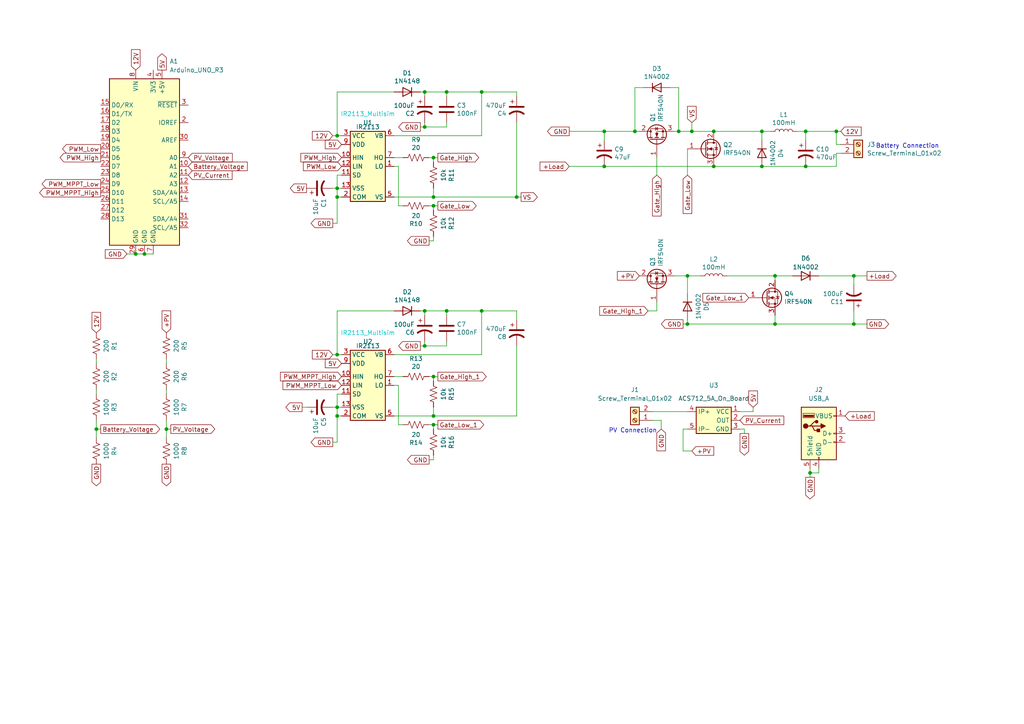
<source format=kicad_sch>
(kicad_sch (version 20230121) (generator eeschema)
  (paper "A4")
  (lib_symbols
    (symbol "Connector:Screw_Terminal_01x02" (pin_names (offset 1.016) hide)
      (property "Reference" "J" (at 0 2.54 0))
      (property "Value" "Screw_Terminal_01x02" (at 0 -5.08 0))
      (symbol "Screw_Terminal_01x02_1_1"
        (rectangle (start -1.27 1.27) (end 1.27 -3.81) (stroke (width 0.254)) (fill (type background)))
        (circle (center 0 -2.54) (radius 0.635) (stroke (width 0.1524)))
        (polyline (pts (xy -0.5334 -2.2098) (xy 0.3302 -3.048)) (stroke (width 0.1524)))
        (polyline (pts (xy -0.5334 0.3302) (xy 0.3302 -0.508)) (stroke (width 0.1524)))
        (polyline (pts (xy -0.3556 -2.032) (xy 0.508 -2.8702)) (stroke (width 0.1524)))
        (polyline (pts (xy -0.3556 0.508) (xy 0.508 -0.3302)) (stroke (width 0.1524)))
        (circle (center 0 0) (radius 0.635) (stroke (width 0.1524)))
        (pin passive line (at -5.08 0 0) (length 3.81) (name "Pin_1") (number "1"))
        (pin passive line (at -5.08 -2.54 0) (length 3.81) (name "Pin_2") (number "2"))
      )
    )
    (symbol "Connector:USB_A" (pin_names (offset 1.016))
      (property "Reference" "J" (at -5.08 11.43 0))
      (property "Value" "USB_A" (at -5.08 8.89 0))
      (symbol "USB_A_0_1"
        (rectangle (start -5.08 -7.62) (end 5.08 7.62) (stroke (width 0.254)) (fill (type background)))
        (circle (center -3.81 2.159) (radius 0.635) (stroke (width 0.254)) (fill (type outline)))
        (rectangle (start -1.524 4.826) (end -4.318 5.334) (fill (type outline)))
        (rectangle (start -1.27 4.572) (end -4.572 5.842))
        (circle (center -0.635 3.429) (radius 0.381) (stroke (width 0.254)) (fill (type outline)))
        (rectangle (start -0.127 -7.62) (end 0.127 -6.858))
        (polyline (pts (xy -3.175 2.159) (xy -2.54 2.159) (xy -1.27 3.429) (xy -0.635 3.429)) (stroke (width 0.254)))
        (polyline (pts (xy -2.54 2.159) (xy -1.905 2.159) (xy -1.27 0.889) (xy 0 0.889)) (stroke (width 0.254)))
        (polyline (pts (xy 0.635 2.794) (xy 0.635 1.524) (xy 1.905 2.159) (xy 0.635 2.794)) (stroke (width 0.254)) (fill (type outline)))
        (rectangle (start 0.254 1.27) (end -0.508 0.508) (stroke (width 0.254)) (fill (type outline)))
        (rectangle (start 5.08 -2.667) (end 4.318 -2.413))
        (rectangle (start 5.08 -0.127) (end 4.318 0.127))
        (rectangle (start 5.08 4.953) (end 4.318 5.207))
      )
      (symbol "USB_A_1_1"
        (polyline (pts (xy -1.905 2.159) (xy 0.635 2.159)) (stroke (width 0.254)))
        (pin power_in line (at 7.62 5.08 180) (length 2.54) (name "VBUS") (number "1"))
        (pin bidirectional line (at 7.62 -2.54 180) (length 2.54) (name "D-") (number "2"))
        (pin bidirectional line (at 7.62 0 180) (length 2.54) (name "D+") (number "3"))
        (pin power_in line (at 0 -10.16 90) (length 2.54) (name "GND") (number "4"))
        (pin passive line (at -2.54 -10.16 90) (length 2.54) (name "Shield") (number "5"))
      )
    )
    (symbol "Device:C" (pin_numbers hide) (pin_names (offset 0.254))
      (property "Reference" "C" (at 0.635 2.54 0))
      (property "Value" "C" (at 0.635 -2.54 0))
      (symbol "C_0_1"
        (polyline (pts (xy -2.032 -0.762) (xy 2.032 -0.762)) (stroke (width 0.508)))
        (polyline (pts (xy -2.032 0.762) (xy 2.032 0.762)) (stroke (width 0.508)))
      )
      (symbol "C_1_1"
        (pin passive line (at 0 3.81 270) (length 2.794) (name "~") (number "1"))
        (pin passive line (at 0 -3.81 90) (length 2.794) (name "~") (number "2"))
      )
    )
    (symbol "Device:L" (pin_numbers hide) (pin_names (offset 1.016) hide)
      (property "Reference" "L" (at -1.27 0 90))
      (property "Value" "L" (at 1.905 0 90))
      (symbol "L_0_1"
        (arc (start 0 -2.54) (mid 0.6323 -1.905) (end 0 -1.27))
        (arc (start 0 -1.27) (mid 0.6323 -0.635) (end 0 0))
        (arc (start 0 0) (mid 0.6323 0.635) (end 0 1.27))
        (arc (start 0 1.27) (mid 0.6323 1.905) (end 0 2.54))
      )
      (symbol "L_1_1"
        (pin passive line (at 0 3.81 270) (length 1.27) (name "1") (number "1"))
        (pin passive line (at 0 -3.81 90) (length 1.27) (name "2") (number "2"))
      )
    )
    (symbol "Device:R_US" (pin_numbers hide) (pin_names (offset 0))
      (property "Reference" "R" (at 2.54 0 90))
      (property "Value" "R_US" (at -2.54 0 90))
      (symbol "R_US_0_1"
        (polyline (pts (xy 0 -2.286) (xy 0 -2.54)))
        (polyline (pts (xy 0 2.286) (xy 0 2.54)))
        (polyline (pts (xy 0 -0.762) (xy 1.016 -1.143) (xy 0 -1.524) (xy -1.016 -1.905) (xy 0 -2.286)))
        (polyline (pts (xy 0 0.762) (xy 1.016 0.381) (xy 0 0) (xy -1.016 -0.381) (xy 0 -0.762)))
        (polyline (pts (xy 0 2.286) (xy 1.016 1.905) (xy 0 1.524) (xy -1.016 1.143) (xy 0 0.762)))
      )
      (symbol "R_US_1_1"
        (pin passive line (at 0 3.81 270) (length 1.27) (name "~") (number "1"))
        (pin passive line (at 0 -3.81 90) (length 1.27) (name "~") (number "2"))
      )
    )
    (symbol "Diode:1N4002" (pin_numbers hide) (pin_names hide)
      (property "Reference" "D" (at 0 2.54 0))
      (property "Value" "1N4002" (at 0 -2.54 0))
      (symbol "1N4002_0_1"
        (polyline (pts (xy -1.27 1.27) (xy -1.27 -1.27)) (stroke (width 0.254)))
        (polyline (pts (xy 1.27 0) (xy -1.27 0)))
        (polyline (pts (xy 1.27 1.27) (xy 1.27 -1.27) (xy -1.27 0) (xy 1.27 1.27)) (stroke (width 0.254)))
      )
      (symbol "1N4002_1_1"
        (pin passive line (at -3.81 0 0) (length 2.54) (name "K") (number "1"))
        (pin passive line (at 3.81 0 180) (length 2.54) (name "A") (number "2"))
      )
    )
    (symbol "Diode:1N4148" (pin_numbers hide) (pin_names hide)
      (property "Reference" "D" (at 0 2.54 0))
      (property "Value" "1N4148" (at 0 -2.54 0))
      (symbol "1N4148_0_1"
        (polyline (pts (xy -1.27 1.27) (xy -1.27 -1.27)) (stroke (width 0.254)))
        (polyline (pts (xy 1.27 0) (xy -1.27 0)))
        (polyline (pts (xy 1.27 1.27) (xy 1.27 -1.27) (xy -1.27 0) (xy 1.27 1.27)) (stroke (width 0.254)))
      )
      (symbol "1N4148_1_1"
        (pin passive line (at -3.81 0 0) (length 2.54) (name "K") (number "1"))
        (pin passive line (at 3.81 0 180) (length 2.54) (name "A") (number "2"))
      )
    )
    (symbol "IR2113_Multisim_1"
      (property "Reference" "U" (at 0 7.62 0))
      (property "Value" "IR2113" (at 0 5.08 0))
      (symbol "IR2113_Multisim_1_1_1"
        (rectangle (start -5.08 -2.54) (end 5.08 -22.86) (stroke (width 0.275)) (fill (type background)))
        (text private "A version of the IR2113 meant to look like the device as pictured in Multisim." (at 1.27 -38.1 0) (effects (font (size 1.27 1.27))))
        (text "IR2113_Multisim" (at 0 2.54 0) (effects (font (size 1.27 1.27))))
        (pin output line (at 7.62 -12.7 180) (length 2.54) (name "LO") (number "1"))
        (pin input line (at -7.62 -10.16 0) (length 2.54) (name "HIN") (number "10"))
        (pin passive line (at -7.62 -15.24 0) (length 2.54) (name "SD") (number "11"))
        (pin input line (at -7.62 -12.7 0) (length 2.54) (name "LIN") (number "12"))
        (pin power_in line (at -7.62 -19.05 0) (length 2.54) (name "VSS") (number "13"))
        (pin no_connect line (at 7.62 -19.05 180) (length 2.54) hide (name "14") (number "14"))
        (pin power_in line (at -7.62 -21.59 0) (length 2.54) (name "COM") (number "2"))
        (pin power_in line (at -7.62 -3.81 0) (length 2.54) (name "VCC") (number "3"))
        (pin no_connect line (at 7.62 -6.35 180) (length 2.54) hide (name "4") (number "4"))
        (pin passive line (at 7.62 -21.59 180) (length 2.54) (name "VS") (number "5"))
        (pin passive line (at 7.62 -3.81 180) (length 2.54) (name "VB") (number "6"))
        (pin output line (at 7.62 -10.16 180) (length 2.54) (name "HO") (number "7"))
        (pin no_connect line (at 7.62 -15.24 180) (length 2.54) hide (name "8") (number "8"))
        (pin power_in line (at -7.62 -6.35 0) (length 2.54) (name "VDD") (number "9"))
      )
    )
    (symbol "KiCad testing-rescue:CP1-Device" (pin_numbers hide) (pin_names (offset 0.254) hide)
      (property "Reference" "C" (at 0.635 2.54 0))
      (property "Value" "Device_CP1" (at 0.635 -2.54 0))
      (symbol "CP1-Device_0_1"
        (polyline (pts (xy -2.032 0.762) (xy 2.032 0.762)) (stroke (width 0.508)))
        (polyline (pts (xy -1.778 2.286) (xy -0.762 2.286)))
        (polyline (pts (xy -1.27 1.778) (xy -1.27 2.794)))
        (arc (start 2.032 -1.27) (mid 0 -0.5572) (end -2.032 -1.27) (stroke (width 0.508)))
      )
      (symbol "CP1-Device_1_1"
        (pin passive line (at 0 3.81 270) (length 2.794) (name "~") (number "1"))
        (pin passive line (at 0 -3.81 90) (length 3.302) (name "~") (number "2"))
      )
    )
    (symbol "MCU_Module:Arduino_UNO_R3"
      (property "Reference" "A" (at -10.16 23.495 0))
      (property "Value" "Arduino_UNO_R3" (at 5.08 -26.67 0))
      (symbol "Arduino_UNO_R3_0_1"
        (rectangle (start -10.16 22.86) (end 10.16 -25.4) (stroke (width 0.254)) (fill (type background)))
      )
      (symbol "Arduino_UNO_R3_1_1"
        (pin no_connect line (at -10.16 -20.32 0) (length 2.54) hide (name "NC") (number "1"))
        (pin bidirectional line (at 12.7 -2.54 180) (length 2.54) (name "A1") (number "10"))
        (pin bidirectional line (at 12.7 -5.08 180) (length 2.54) (name "A2") (number "11"))
        (pin bidirectional line (at 12.7 -7.62 180) (length 2.54) (name "A3") (number "12"))
        (pin bidirectional line (at 12.7 -10.16 180) (length 2.54) (name "SDA/A4") (number "13"))
        (pin bidirectional line (at 12.7 -12.7 180) (length 2.54) (name "SCL/A5") (number "14"))
        (pin bidirectional line (at -12.7 15.24 0) (length 2.54) (name "D0/RX") (number "15"))
        (pin bidirectional line (at -12.7 12.7 0) (length 2.54) (name "D1/TX") (number "16"))
        (pin bidirectional line (at -12.7 10.16 0) (length 2.54) (name "D2") (number "17"))
        (pin bidirectional line (at -12.7 7.62 0) (length 2.54) (name "D3") (number "18"))
        (pin bidirectional line (at -12.7 5.08 0) (length 2.54) (name "D4") (number "19"))
        (pin output line (at 12.7 10.16 180) (length 2.54) (name "IOREF") (number "2"))
        (pin bidirectional line (at -12.7 2.54 0) (length 2.54) (name "D5") (number "20"))
        (pin bidirectional line (at -12.7 0 0) (length 2.54) (name "D6") (number "21"))
        (pin bidirectional line (at -12.7 -2.54 0) (length 2.54) (name "D7") (number "22"))
        (pin bidirectional line (at -12.7 -5.08 0) (length 2.54) (name "D8") (number "23"))
        (pin bidirectional line (at -12.7 -7.62 0) (length 2.54) (name "D9") (number "24"))
        (pin bidirectional line (at -12.7 -10.16 0) (length 2.54) (name "D10") (number "25"))
        (pin bidirectional line (at -12.7 -12.7 0) (length 2.54) (name "D11") (number "26"))
        (pin bidirectional line (at -12.7 -15.24 0) (length 2.54) (name "D12") (number "27"))
        (pin bidirectional line (at -12.7 -17.78 0) (length 2.54) (name "D13") (number "28"))
        (pin power_in line (at -2.54 -27.94 90) (length 2.54) (name "GND") (number "29"))
        (pin input line (at 12.7 15.24 180) (length 2.54) (name "~{RESET}") (number "3"))
        (pin input line (at 12.7 5.08 180) (length 2.54) (name "AREF") (number "30"))
        (pin bidirectional line (at 12.7 -17.78 180) (length 2.54) (name "SDA/A4") (number "31"))
        (pin bidirectional line (at 12.7 -20.32 180) (length 2.54) (name "SCL/A5") (number "32"))
        (pin power_out line (at 2.54 25.4 270) (length 2.54) (name "3V3") (number "4"))
        (pin power_out line (at 5.08 25.4 270) (length 2.54) (name "+5V") (number "5"))
        (pin power_in line (at 0 -27.94 90) (length 2.54) (name "GND") (number "6"))
        (pin power_in line (at 2.54 -27.94 90) (length 2.54) (name "GND") (number "7"))
        (pin power_in line (at -2.54 25.4 270) (length 2.54) (name "VIN") (number "8"))
        (pin bidirectional line (at 12.7 0 180) (length 2.54) (name "A0") (number "9"))
      )
    )
    (symbol "New_Library:ACS712_5A_On_Board"
      (property "Reference" "U" (at 0 5.08 0))
      (symbol "ACS712_5A_On_Board_1_1"
        (rectangle (start -5.08 0) (end 5.08 -7.62) (stroke (width 0.275)) (fill (type background)))
        (text "ACS712_5A_On_Board" (at 0 2.54 0) (effects (font (size 1.27 1.27))))
        (text private "Merely a graphical representation of a custom board that contains the ACS712 chip." (at 0 -10.16 0) (effects (font (size 1.27 1.27))))
        (pin input line (at 7.62 -1.27 180) (length 2.54) (name "VCC") (number "1"))
        (pin input line (at 7.62 -3.81 180) (length 2.54) (name "OUT") (number "2"))
        (pin output line (at 7.62 -6.35 180) (length 2.54) (name "GND") (number "3"))
        (pin input line (at -7.62 -1.27 0) (length 2.54) (name "IP+") (number "4"))
        (pin output line (at -7.62 -6.35 0) (length 2.54) (name "IP-") (number "5"))
      )
    )
    (symbol "New_Library:IR2113_Multisim"
      (property "Reference" "U" (at 0 7.62 0))
      (property "Value" "IR2113" (at 0 5.08 0))
      (symbol "IR2113_Multisim_1_1"
        (rectangle (start -5.08 -2.54) (end 5.08 -22.86) (stroke (width 0.275)) (fill (type background)))
        (text private "A version of the IR2113 meant to look like the device as pictured in Multisim." (at 1.27 -38.1 0) (effects (font (size 1.27 1.27))))
        (text "IR2113_Multisim" (at 0 2.54 0) (effects (font (size 1.27 1.27))))
        (pin output line (at 7.62 -12.7 180) (length 2.54) (name "LO") (number "1"))
        (pin input line (at -7.62 -10.16 0) (length 2.54) (name "HIN") (number "10"))
        (pin passive line (at -7.62 -15.24 0) (length 2.54) (name "SD") (number "11"))
        (pin input line (at -7.62 -12.7 0) (length 2.54) (name "LIN") (number "12"))
        (pin power_in line (at -7.62 -19.05 0) (length 2.54) (name "VSS") (number "13"))
        (pin no_connect line (at 7.62 -19.05 180) (length 2.54) hide (name "14") (number "14"))
        (pin power_in line (at -7.62 -21.59 0) (length 2.54) (name "COM") (number "2"))
        (pin power_in line (at -7.62 -3.81 0) (length 2.54) (name "VCC") (number "3"))
        (pin no_connect line (at 7.62 -6.35 180) (length 2.54) hide (name "4") (number "4"))
        (pin passive line (at 7.62 -21.59 180) (length 2.54) (name "VS") (number "5"))
        (pin passive line (at 7.62 -3.81 180) (length 2.54) (name "VB") (number "6"))
        (pin output line (at 7.62 -10.16 180) (length 2.54) (name "HO") (number "7"))
        (pin no_connect line (at 7.62 -15.24 180) (length 2.54) hide (name "8") (number "8"))
        (pin power_in line (at -7.62 -6.35 0) (length 2.54) (name "VDD") (number "9"))
      )
    )
    (symbol "Transistor_FET:IRF540N" (pin_names hide)
      (property "Reference" "Q" (at 6.35 1.905 0))
      (property "Value" "IRF540N" (at 6.35 0 0))
      (symbol "IRF540N_0_1"
        (polyline (pts (xy 0.254 0) (xy -2.54 0)))
        (polyline (pts (xy 0.254 1.905) (xy 0.254 -1.905)) (stroke (width 0.254)))
        (polyline (pts (xy 0.762 -1.27) (xy 0.762 -2.286)) (stroke (width 0.254)))
        (polyline (pts (xy 0.762 0.508) (xy 0.762 -0.508)) (stroke (width 0.254)))
        (polyline (pts (xy 0.762 2.286) (xy 0.762 1.27)) (stroke (width 0.254)))
        (polyline (pts (xy 2.54 2.54) (xy 2.54 1.778)))
        (polyline (pts (xy 2.54 -2.54) (xy 2.54 0) (xy 0.762 0)))
        (polyline (pts (xy 0.762 -1.778) (xy 3.302 -1.778) (xy 3.302 1.778) (xy 0.762 1.778)))
        (polyline (pts (xy 1.016 0) (xy 2.032 0.381) (xy 2.032 -0.381) (xy 1.016 0)) (fill (type outline)))
        (polyline (pts (xy 2.794 0.508) (xy 2.921 0.381) (xy 3.683 0.381) (xy 3.81 0.254)))
        (polyline (pts (xy 3.302 0.381) (xy 2.921 -0.254) (xy 3.683 -0.254) (xy 3.302 0.381)))
        (circle (center 1.651 0) (radius 2.794) (stroke (width 0.254)))
        (circle (center 2.54 -1.778) (radius 0.254) (fill (type outline)))
        (circle (center 2.54 1.778) (radius 0.254) (fill (type outline)))
      )
      (symbol "IRF540N_1_1"
        (pin input line (at -5.08 0 0) (length 2.54) (name "G") (number "1"))
        (pin passive line (at 2.54 5.08 270) (length 2.54) (name "D") (number "2"))
        (pin passive line (at 2.54 -5.08 90) (length 2.54) (name "S") (number "3"))
      )
    )
  )
  (junction (at 41.91 73.66))
  (junction (at 97.79 39.37))
  (junction (at 125.73 120.65))
  (junction (at 184.15 38.1))
  (junction (at 233.68 38.1))
  (junction (at 207.01 38.1))
  (junction (at 234.95 137.16))
  (junction (at 196.85 38.1))
  (junction (at 139.7 90.17))
  (junction (at 175.26 48.26))
  (junction (at 224.79 93.98))
  (junction (at 220.98 48.26))
  (junction (at 123.19 26.67))
  (junction (at 97.79 118.11))
  (junction (at 247.65 93.98))
  (junction (at 233.68 48.26))
  (junction (at 27.94 124.46))
  (junction (at 48.26 124.46))
  (junction (at 199.39 80.01))
  (junction (at 129.54 26.67))
  (junction (at 123.19 90.17))
  (junction (at 97.79 57.15))
  (junction (at 247.65 80.01))
  (junction (at 125.73 59.69))
  (junction (at 175.26 38.1))
  (junction (at 220.98 38.1))
  (junction (at 207.01 48.26))
  (junction (at 97.79 120.65))
  (junction (at 149.86 57.15))
  (junction (at 39.37 73.66))
  (junction (at 125.73 109.22))
  (junction (at 224.79 80.01))
  (junction (at 125.73 45.72))
  (junction (at 125.73 123.19))
  (junction (at 129.54 90.17))
  (junction (at 123.19 36.83))
  (junction (at 200.66 38.1))
  (junction (at 242.57 38.1))
  (junction (at 199.39 93.98))
  (junction (at 123.19 100.33))
  (junction (at 97.79 54.61))
  (junction (at 139.7 26.67))
  (junction (at 97.79 102.87))
  (junction (at 125.73 57.15))
  (wire (pts (xy 125.73 57.15) (xy 125.73 54.61)))
  (wire (pts (xy 233.68 40.64) (xy 233.68 38.1)))
  (wire (pts (xy 165.1 38.1) (xy 175.26 38.1)))
  (wire (pts (xy 97.79 128.27) (xy 97.79 120.65)))
  (wire (pts (xy 87.63 118.11) (xy 88.9 118.11)))
  (wire (pts (xy 97.79 118.11) (xy 97.79 120.65)))
  (wire (pts (xy 121.92 90.17) (xy 123.19 90.17)))
  (wire (pts (xy 196.85 25.4) (xy 196.85 38.1)))
  (wire (pts (xy 199.39 93.98) (xy 224.79 93.98)))
  (wire (pts (xy 175.26 48.26) (xy 207.01 48.26)))
  (wire (pts (xy 125.73 69.85) (xy 125.73 68.58)))
  (wire (pts (xy 96.52 64.77) (xy 97.79 64.77)))
  (wire (pts (xy 149.86 26.67) (xy 139.7 26.67)))
  (wire (pts (xy 115.57 111.76) (xy 115.57 123.19)))
  (wire (pts (xy 149.86 27.94) (xy 149.86 26.67)))
  (wire (pts (xy 125.73 132.08) (xy 125.73 133.35)))
  (wire (pts (xy 149.86 92.71) (xy 149.86 90.17)))
  (wire (pts (xy 210.82 80.01) (xy 224.79 80.01)))
  (wire (pts (xy 165.1 48.26) (xy 175.26 48.26)))
  (wire (pts (xy 187.96 90.17) (xy 190.5 90.17)))
  (wire (pts (xy 125.73 123.19) (xy 127 123.19)))
  (wire (pts (xy 195.58 80.01) (xy 199.39 80.01)))
  (wire (pts (xy 129.54 90.17) (xy 139.7 90.17)))
  (wire (pts (xy 247.65 90.17) (xy 247.65 93.98)))
  (wire (pts (xy 125.73 120.65) (xy 149.86 120.65)))
  (wire (pts (xy 242.57 38.1) (xy 243.84 38.1)))
  (wire (pts (xy 121.92 26.67) (xy 123.19 26.67)))
  (wire (pts (xy 123.19 90.17) (xy 123.19 91.44)))
  (wire (pts (xy 224.79 93.98) (xy 247.65 93.98)))
  (wire (pts (xy 97.79 54.61) (xy 99.06 54.61)))
  (wire (pts (xy 242.57 44.45) (xy 242.57 48.26)))
  (wire (pts (xy 149.86 90.17) (xy 139.7 90.17)))
  (wire (pts (xy 99.06 114.3) (xy 97.79 114.3)))
  (wire (pts (xy 96.52 128.27) (xy 97.79 128.27)))
  (wire (pts (xy 124.46 59.69) (xy 125.73 59.69)))
  (wire (pts (xy 97.79 64.77) (xy 97.79 57.15)))
  (wire (pts (xy 125.73 109.22) (xy 127 109.22)))
  (wire (pts (xy 185.42 38.1) (xy 184.15 38.1)))
  (wire (pts (xy 129.54 36.83) (xy 123.19 36.83)))
  (wire (pts (xy 237.49 80.01) (xy 247.65 80.01)))
  (wire (pts (xy 97.79 120.65) (xy 99.06 120.65)))
  (wire (pts (xy 125.73 109.22) (xy 125.73 110.49)))
  (wire (pts (xy 123.19 99.06) (xy 123.19 100.33)))
  (wire (pts (xy 123.19 36.83) (xy 123.19 35.56)))
  (wire (pts (xy 114.3 102.87) (xy 139.7 102.87)))
  (wire (pts (xy 207.01 38.1) (xy 200.66 38.1)))
  (wire (pts (xy 123.19 100.33) (xy 121.92 100.33)))
  (wire (pts (xy 233.68 38.1) (xy 231.14 38.1)))
  (wire (pts (xy 48.26 121.92) (xy 48.26 124.46)))
  (wire (pts (xy 27.94 104.14) (xy 27.94 105.41)))
  (wire (pts (xy 149.86 35.56) (xy 149.86 57.15)))
  (wire (pts (xy 99.06 118.11) (xy 97.79 118.11)))
  (wire (pts (xy 97.79 26.67) (xy 97.79 39.37)))
  (wire (pts (xy 233.68 48.26) (xy 242.57 48.26)))
  (wire (pts (xy 114.3 57.15) (xy 125.73 57.15)))
  (wire (pts (xy 218.44 118.11) (xy 218.44 119.38)))
  (wire (pts (xy 149.86 100.33) (xy 149.86 120.65)))
  (wire (pts (xy 125.73 120.65) (xy 125.73 118.11)))
  (wire (pts (xy 200.66 35.56) (xy 200.66 38.1)))
  (wire (pts (xy 214.63 124.46) (xy 215.9 124.46)))
  (wire (pts (xy 242.57 41.91) (xy 242.57 38.1)))
  (wire (pts (xy 48.26 104.14) (xy 48.26 105.41)))
  (wire (pts (xy 198.12 124.46) (xy 198.12 130.81)))
  (wire (pts (xy 129.54 90.17) (xy 123.19 90.17)))
  (wire (pts (xy 99.06 50.8) (xy 97.79 50.8)))
  (wire (pts (xy 220.98 38.1) (xy 207.01 38.1)))
  (wire (pts (xy 243.84 41.91) (xy 242.57 41.91)))
  (wire (pts (xy 39.37 73.66) (xy 41.91 73.66)))
  (wire (pts (xy 184.15 25.4) (xy 184.15 38.1)))
  (wire (pts (xy 194.31 25.4) (xy 196.85 25.4)))
  (wire (pts (xy 124.46 69.85) (xy 125.73 69.85)))
  (wire (pts (xy 115.57 59.69) (xy 116.84 59.69)))
  (wire (pts (xy 129.54 91.44) (xy 129.54 90.17)))
  (wire (pts (xy 96.52 39.37) (xy 97.79 39.37)))
  (wire (pts (xy 27.94 121.92) (xy 27.94 124.46)))
  (wire (pts (xy 247.65 80.01) (xy 247.65 82.55)))
  (wire (pts (xy 237.49 135.89) (xy 237.49 137.16)))
  (wire (pts (xy 97.79 50.8) (xy 97.79 54.61)))
  (wire (pts (xy 218.44 119.38) (xy 214.63 119.38)))
  (wire (pts (xy 189.23 121.92) (xy 191.77 121.92)))
  (wire (pts (xy 234.95 137.16) (xy 234.95 135.89)))
  (wire (pts (xy 121.92 36.83) (xy 123.19 36.83)))
  (wire (pts (xy 97.79 57.15) (xy 99.06 57.15)))
  (wire (pts (xy 223.52 38.1) (xy 220.98 38.1)))
  (wire (pts (xy 114.3 48.26) (xy 115.57 48.26)))
  (wire (pts (xy 97.79 39.37) (xy 99.06 39.37)))
  (wire (pts (xy 48.26 124.46) (xy 48.26 127)))
  (wire (pts (xy 234.95 138.43) (xy 234.95 137.16)))
  (wire (pts (xy 184.15 38.1) (xy 175.26 38.1)))
  (wire (pts (xy 125.73 123.19) (xy 125.73 124.46)))
  (wire (pts (xy 233.68 48.26) (xy 220.98 48.26)))
  (wire (pts (xy 97.79 114.3) (xy 97.79 118.11)))
  (wire (pts (xy 149.86 57.15) (xy 151.13 57.15)))
  (wire (pts (xy 97.79 54.61) (xy 97.79 57.15)))
  (wire (pts (xy 189.23 119.38) (xy 199.39 119.38)))
  (wire (pts (xy 237.49 137.16) (xy 234.95 137.16)))
  (wire (pts (xy 36.83 73.66) (xy 39.37 73.66)))
  (wire (pts (xy 129.54 99.06) (xy 129.54 100.33)))
  (wire (pts (xy 139.7 102.87) (xy 139.7 90.17)))
  (wire (pts (xy 125.73 45.72) (xy 124.46 45.72)))
  (wire (pts (xy 199.39 124.46) (xy 198.12 124.46)))
  (wire (pts (xy 124.46 109.22) (xy 125.73 109.22)))
  (wire (pts (xy 199.39 43.18) (xy 199.39 50.8)))
  (wire (pts (xy 96.52 54.61) (xy 97.79 54.61)))
  (wire (pts (xy 125.73 59.69) (xy 127 59.69)))
  (wire (pts (xy 114.3 39.37) (xy 139.7 39.37)))
  (wire (pts (xy 175.26 38.1) (xy 175.26 40.64)))
  (wire (pts (xy 123.19 26.67) (xy 129.54 26.67)))
  (wire (pts (xy 149.86 57.15) (xy 125.73 57.15)))
  (wire (pts (xy 199.39 92.71) (xy 199.39 93.98)))
  (wire (pts (xy 129.54 26.67) (xy 129.54 27.94)))
  (wire (pts (xy 207.01 48.26) (xy 220.98 48.26)))
  (wire (pts (xy 114.3 45.72) (xy 116.84 45.72)))
  (wire (pts (xy 124.46 123.19) (xy 125.73 123.19)))
  (wire (pts (xy 247.65 93.98) (xy 251.46 93.98)))
  (wire (pts (xy 191.77 121.92) (xy 191.77 124.46)))
  (wire (pts (xy 115.57 123.19) (xy 116.84 123.19)))
  (wire (pts (xy 129.54 26.67) (xy 139.7 26.67)))
  (wire (pts (xy 198.12 93.98) (xy 199.39 93.98)))
  (wire (pts (xy 114.3 90.17) (xy 97.79 90.17)))
  (wire (pts (xy 27.94 124.46) (xy 29.21 124.46)))
  (wire (pts (xy 27.94 124.46) (xy 27.94 127)))
  (wire (pts (xy 129.54 35.56) (xy 129.54 36.83)))
  (wire (pts (xy 27.94 113.03) (xy 27.94 114.3)))
  (wire (pts (xy 233.68 38.1) (xy 242.57 38.1)))
  (wire (pts (xy 125.73 59.69) (xy 125.73 60.96)))
  (wire (pts (xy 115.57 48.26) (xy 115.57 59.69)))
  (wire (pts (xy 215.9 124.46) (xy 215.9 125.73)))
  (wire (pts (xy 224.79 80.01) (xy 224.79 81.28)))
  (wire (pts (xy 96.52 118.11) (xy 97.79 118.11)))
  (wire (pts (xy 125.73 45.72) (xy 127 45.72)))
  (wire (pts (xy 200.66 38.1) (xy 196.85 38.1)))
  (wire (pts (xy 125.73 133.35) (xy 124.46 133.35)))
  (wire (pts (xy 125.73 46.99) (xy 125.73 45.72)))
  (wire (pts (xy 41.91 73.66) (xy 44.45 73.66)))
  (wire (pts (xy 48.26 124.46) (xy 49.53 124.46)))
  (wire (pts (xy 224.79 91.44) (xy 224.79 93.98)))
  (wire (pts (xy 190.5 45.72) (xy 190.5 50.8)))
  (wire (pts (xy 97.79 102.87) (xy 99.06 102.87)))
  (wire (pts (xy 139.7 26.67) (xy 139.7 39.37)))
  (wire (pts (xy 48.26 113.03) (xy 48.26 114.3)))
  (wire (pts (xy 123.19 27.94) (xy 123.19 26.67)))
  (wire (pts (xy 114.3 111.76) (xy 115.57 111.76)))
  (wire (pts (xy 199.39 80.01) (xy 203.2 80.01)))
  (wire (pts (xy 114.3 26.67) (xy 97.79 26.67)))
  (wire (pts (xy 196.85 38.1) (xy 195.58 38.1)))
  (wire (pts (xy 220.98 40.64) (xy 220.98 38.1)))
  (wire (pts (xy 198.12 130.81) (xy 200.66 130.81)))
  (wire (pts (xy 224.79 80.01) (xy 229.87 80.01)))
  (wire (pts (xy 97.79 90.17) (xy 97.79 102.87)))
  (wire (pts (xy 114.3 109.22) (xy 116.84 109.22)))
  (wire (pts (xy 186.69 25.4) (xy 184.15 25.4)))
  (wire (pts (xy 114.3 120.65) (xy 125.73 120.65)))
  (wire (pts (xy 199.39 80.01) (xy 199.39 85.09)))
  (wire (pts (xy 123.19 100.33) (xy 129.54 100.33)))
  (wire (pts (xy 96.52 102.87) (xy 97.79 102.87)))
  (wire (pts (xy 190.5 90.17) (xy 190.5 87.63)))
  (wire (pts (xy 247.65 80.01) (xy 251.46 80.01)))
  (wire (pts (xy 243.84 44.45) (xy 242.57 44.45)))
  (text "Battery Connection" (at 254 43.18 0) (effects (font (size 1.27 1.27)) (justify left bottom)))
  (text "PV Connection" (at 176.53 125.73 0) (effects (font (size 1.27 1.27)) (justify left bottom)))
  (global_label "12V" (shape input) (at 243.84 38.1 0) (property "Intersheetrefs" "${INTERSHEET_REFS}" (effects hide)))
  (global_label "PWM_Low" (shape output) (at 29.21 43.18 180) (property "Intersheetrefs" "${INTERSHEET_REFS}" (effects hide)))
  (global_label "12V" (shape input) (at 96.52 39.37 180) (property "Intersheetrefs" "${INTERSHEET_REFS}" (effects hide)))
  (global_label "GND" (shape output) (at 121.92 100.33 180) (property "Intersheetrefs" "${INTERSHEET_REFS}" (effects hide)))
  (global_label "+Load" (shape input) (at 245.11 120.65 0) (property "Intersheetrefs" "${INTERSHEET_REFS}" (effects hide)))
  (global_label "Gate_Low" (shape output) (at 127 59.69 0) (property "Intersheetrefs" "${INTERSHEET_REFS}" (effects hide)))
  (global_label "5V" (shape input) (at 99.06 41.91 180) (property "Intersheetrefs" "${INTERSHEET_REFS}" (effects hide)))
  (global_label "PWM_MPPT_Low" (shape input) (at 99.06 111.76 180) (property "Intersheetrefs" "${INTERSHEET_REFS}" (effects hide)))
  (global_label "VS" (shape input) (at 200.66 35.56 90) (property "Intersheetrefs" "${INTERSHEET_REFS}" (effects hide)))
  (global_label "Gate_High_1" (shape output) (at 127 109.22 0) (property "Intersheetrefs" "${INTERSHEET_REFS}" (effects hide)))
  (global_label "5V" (shape input) (at 218.44 118.11 90) (property "Intersheetrefs" "${INTERSHEET_REFS}" (effects hide)))
  (global_label "+PV" (shape input) (at 48.26 96.52 90) (property "Intersheetrefs" "${INTERSHEET_REFS}" (effects hide)))
  (global_label "Battery_Voltage" (shape output) (at 29.21 124.46 0) (property "Intersheetrefs" "${INTERSHEET_REFS}" (effects hide)))
  (global_label "Gate_High" (shape input) (at 190.5 50.8 270) (property "Intersheetrefs" "${INTERSHEET_REFS}" (effects hide)))
  (global_label "+PV" (shape input) (at 200.66 130.81 0) (property "Intersheetrefs" "${INTERSHEET_REFS}" (effects hide)))
  (global_label "PV_Current" (shape input) (at 54.61 50.8 0) (property "Intersheetrefs" "${INTERSHEET_REFS}" (effects hide)))
  (global_label "VS" (shape output) (at 151.13 57.15 0) (property "Intersheetrefs" "${INTERSHEET_REFS}" (effects hide)))
  (global_label "GND" (shape output) (at 27.94 134.62 270) (property "Intersheetrefs" "${INTERSHEET_REFS}" (effects hide)))
  (global_label "5V" (shape output) (at 46.99 20.32 90) (property "Intersheetrefs" "${INTERSHEET_REFS}" (effects hide)))
  (global_label "+PV" (shape input) (at 185.42 80.01 180) (property "Intersheetrefs" "${INTERSHEET_REFS}" (effects hide)))
  (global_label "+Load" (shape output) (at 251.46 80.01 0) (property "Intersheetrefs" "${INTERSHEET_REFS}" (effects hide)))
  (global_label "5V" (shape input) (at 99.06 105.41 180) (property "Intersheetrefs" "${INTERSHEET_REFS}" (effects hide)))
  (global_label "12V" (shape input) (at 96.52 102.87 180) (property "Intersheetrefs" "${INTERSHEET_REFS}" (effects hide)))
  (global_label "PWM_MPPT_High" (shape input) (at 99.06 109.22 180) (property "Intersheetrefs" "${INTERSHEET_REFS}" (effects hide)))
  (global_label "+Load" (shape input) (at 165.1 48.26 180) (property "Intersheetrefs" "${INTERSHEET_REFS}" (effects hide)))
  (global_label "PWM_Low" (shape input) (at 99.06 48.26 180) (property "Intersheetrefs" "${INTERSHEET_REFS}" (effects hide)))
  (global_label "Gate_High_1" (shape input) (at 187.96 90.17 180) (property "Intersheetrefs" "${INTERSHEET_REFS}" (effects hide)))
  (global_label "GND" (shape input) (at 191.77 124.46 270) (property "Intersheetrefs" "${INTERSHEET_REFS}" (effects hide)))
  (global_label "GND" (shape output) (at 198.12 93.98 180) (property "Intersheetrefs" "${INTERSHEET_REFS}" (effects hide)))
  (global_label "PV_Voltage" (shape input) (at 54.61 45.72 0) (property "Intersheetrefs" "${INTERSHEET_REFS}" (effects hide)))
  (global_label "GND" (shape output) (at 124.46 133.35 180) (property "Intersheetrefs" "${INTERSHEET_REFS}" (effects hide)))
  (global_label "PWM_MPPT_Low" (shape output) (at 29.21 53.34 180) (property "Intersheetrefs" "${INTERSHEET_REFS}" (effects hide)))
  (global_label "PV_Current" (shape input) (at 214.63 121.92 0) (property "Intersheetrefs" "${INTERSHEET_REFS}" (effects hide)))
  (global_label "PWM_MPPT_High" (shape output) (at 29.21 55.88 180) (property "Intersheetrefs" "${INTERSHEET_REFS}" (effects hide)))
  (global_label "GND" (shape output) (at 215.9 125.73 270) (property "Intersheetrefs" "${INTERSHEET_REFS}" (effects hide)))
  (global_label "GND" (shape output) (at 124.46 69.85 180) (property "Intersheetrefs" "${INTERSHEET_REFS}" (effects hide)))
  (global_label "Gate_High" (shape output) (at 127 45.72 0) (property "Intersheetrefs" "${INTERSHEET_REFS}" (effects hide)))
  (global_label "PV_Voltage" (shape output) (at 49.53 124.46 0) (property "Intersheetrefs" "${INTERSHEET_REFS}" (effects hide)))
  (global_label "12V" (shape input) (at 39.37 20.32 90) (property "Intersheetrefs" "${INTERSHEET_REFS}" (effects hide)))
  (global_label "GND" (shape output) (at 96.52 128.27 180) (property "Intersheetrefs" "${INTERSHEET_REFS}" (effects hide)))
  (global_label "GND" (shape output) (at 96.52 64.77 180) (property "Intersheetrefs" "${INTERSHEET_REFS}" (effects hide)))
  (global_label "5V" (shape output) (at 88.9 54.61 180) (property "Intersheetrefs" "${INTERSHEET_REFS}" (effects hide)))
  (global_label "Gate_Low_1" (shape input) (at 217.17 86.36 180) (property "Intersheetrefs" "${INTERSHEET_REFS}" (effects hide)))
  (global_label "5V" (shape output) (at 87.63 118.11 180) (property "Intersheetrefs" "${INTERSHEET_REFS}" (effects hide)))
  (global_label "12V" (shape input) (at 27.94 96.52 90) (property "Intersheetrefs" "${INTERSHEET_REFS}" (effects hide)))
  (global_label "GND" (shape input) (at 36.83 73.66 180) (property "Intersheetrefs" "${INTERSHEET_REFS}" (effects hide)))
  (global_label "GND" (shape output) (at 165.1 38.1 180) (property "Intersheetrefs" "${INTERSHEET_REFS}" (effects hide)))
  (global_label "GND" (shape output) (at 121.92 36.83 180) (property "Intersheetrefs" "${INTERSHEET_REFS}" (effects hide)))
  (global_label "PWM_High" (shape input) (at 99.06 45.72 180) (property "Intersheetrefs" "${INTERSHEET_REFS}" (effects hide)))
  (global_label "Gate_Low" (shape input) (at 199.39 50.8 270) (property "Intersheetrefs" "${INTERSHEET_REFS}" (effects hide)))
  (global_label "Gate_Low_1" (shape output) (at 127 123.19 0) (property "Intersheetrefs" "${INTERSHEET_REFS}" (effects hide)))
  (global_label "PWM_High" (shape output) (at 29.21 45.72 180) (property "Intersheetrefs" "${INTERSHEET_REFS}" (effects hide)))
  (global_label "GND" (shape output) (at 251.46 93.98 0) (property "Intersheetrefs" "${INTERSHEET_REFS}" (effects hide)))
  (global_label "GND" (shape output) (at 48.26 134.62 270) (property "Intersheetrefs" "${INTERSHEET_REFS}" (effects hide)))
  (global_label "GND" (shape output) (at 234.95 138.43 270) (property "Intersheetrefs" "${INTERSHEET_REFS}" (effects hide)))
  (global_label "Battery_Voltage" (shape input) (at 54.61 48.26 0) (property "Intersheetrefs" "${INTERSHEET_REFS}" (effects hide)))
  (symbol (lib_id "Device:R_US") (at 120.65 123.19 270) (unit 1)
    (property "Reference" "R14" (at 120.65 128.397 90))
    (property "Value" "20" (at 120.65 126.0856 90))
    (property "Footprint" "Resistor_THT:R_Axial_DIN0207_L6.3mm_D2.5mm_P10.16mm_Horizontal" (effects hide))
  )
  (symbol (lib_id "KiCad testing-rescue:CP1-Device") (at 92.71 118.11 90) (unit 1)
    (property "Reference" "C5" (at 93.8784 121.031 0) (effects (justify right)))
    (property "Value" "10uF" (at 91.567 121.031 0) (effects (justify right)))
    (property "Footprint" "Capacitor_THT:CP_Radial_D5.0mm_P2.00mm" (effects hide))
  )
  (symbol (lib_id "Device:R_US") (at 125.73 114.3 0) (unit 1)
    (property "Reference" "R15" (at 130.937 114.3 90))
    (property "Value" "10k" (at 128.6256 114.3 90))
    (property "Footprint" "Resistor_THT:R_Axial_DIN0207_L6.3mm_D2.5mm_P10.16mm_Horizontal" (effects hide))
  )
  (symbol (lib_id "Device:R_US") (at 125.73 128.27 0) (unit 1)
    (property "Reference" "R16" (at 130.937 128.27 90))
    (property "Value" "10k" (at 128.6256 128.27 90))
    (property "Footprint" "Resistor_THT:R_Axial_DIN0207_L6.3mm_D2.5mm_P10.16mm_Horizontal" (effects hide))
  )
  (symbol (lib_id "Device:R_US") (at 120.65 109.22 90) (unit 1)
    (property "Reference" "R13" (at 120.65 104.013 90))
    (property "Value" "20" (at 120.65 106.3244 90))
    (property "Footprint" "Resistor_THT:R_Axial_DIN0207_L6.3mm_D2.5mm_P10.16mm_Horizontal" (effects hide))
  )
  (symbol (lib_id "Device:C") (at 129.54 95.25 0) (unit 1)
    (property "Reference" "C7" (at 132.461 94.0816 0) (effects (justify left)))
    (property "Value" "100nF" (at 132.461 96.393 0) (effects (justify left)))
    (property "Footprint" "Capacitor_THT:C_Disc_D4.7mm_W2.5mm_P5.00mm" (effects hide))
  )
  (symbol (lib_id "KiCad testing-rescue:CP1-Device") (at 123.19 95.25 0) (unit 1)
    (property "Reference" "C6" (at 120.269 96.4184 0) (effects (justify right)))
    (property "Value" "100uF" (at 120.269 94.107 0) (effects (justify right)))
    (property "Footprint" "Capacitor_THT:CP_Radial_D5.0mm_P2.00mm" (effects hide))
  )
  (symbol (lib_id "KiCad testing-rescue:CP1-Device") (at 149.86 96.52 0) (unit 1)
    (property "Reference" "C8" (at 146.939 97.6884 0) (effects (justify right)))
    (property "Value" "470uF" (at 146.939 95.377 0) (effects (justify right)))
    (property "Footprint" "Capacitor_THT:CP_Radial_D10.0mm_P5.00mm" (effects hide))
  )
  (symbol (lib_id "Diode:1N4148") (at 118.11 90.17 180) (unit 1)
    (property "Reference" "D2" (at 118.11 84.6836 0))
    (property "Value" "1N4148" (at 118.11 86.995 0))
    (property "Footprint" "Diode_THT:D_DO-35_SOD27_P7.62mm_Horizontal" (effects hide))
    (property "Datasheet" "https://assets.nexperia.com/documents/data-sheet/1N4148_1N4448.pdf" (effects hide))
  )
  (symbol (lib_id "Diode:1N4002") (at 190.5 25.4 0) (unit 1)
    (property "Reference" "D3" (at 190.5 19.9136 0))
    (property "Value" "1N4002" (at 190.5 22.225 0))
    (property "Footprint" "Diode_THT:D_DO-41_SOD81_P10.16mm_Horizontal" (effects hide))
    (property "Datasheet" "http://www.vishay.com/docs/88503/1n4001.pdf" (effects hide))
  )
  (symbol (lib_id "Transistor_FET:IRF540N") (at 190.5 40.64 90) (unit 1)
    (property "Reference" "Q1" (at 189.3316 35.4076 0) (effects (justify left)))
    (property "Value" "IRF540N" (at 191.643 35.4076 0) (effects (justify left)))
    (property "Footprint" "Package_TO_SOT_THT:TO-220-3_Vertical" (effects hide))
    (property "Datasheet" "http://www.irf.com/product-info/datasheets/data/irf540n.pdf" (effects hide))
  )
  (symbol (lib_id "Transistor_FET:IRF540N") (at 204.47 43.18 0) (unit 1)
    (property "Reference" "Q2" (at 209.7024 42.0116 0) (effects (justify left)))
    (property "Value" "IRF540N" (at 209.7024 44.323 0) (effects (justify left)))
    (property "Footprint" "Package_TO_SOT_THT:TO-220-3_Vertical" (effects hide))
    (property "Datasheet" "http://www.irf.com/product-info/datasheets/data/irf540n.pdf" (effects hide))
  )
  (symbol (lib_id "KiCad testing-rescue:CP1-Device") (at 175.26 44.45 0) (unit 1)
    (property "Reference" "C9" (at 178.181 43.2816 0) (effects (justify left)))
    (property "Value" "47uF" (at 178.181 45.593 0) (effects (justify left)))
    (property "Footprint" "Capacitor_THT:CP_Radial_D6.3mm_P2.50mm" (effects hide))
  )
  (symbol (lib_id "Diode:1N4002") (at 220.98 44.45 270) (unit 1)
    (property "Reference" "D4" (at 226.4664 44.45 0))
    (property "Value" "1N4002" (at 224.155 44.45 0))
    (property "Footprint" "Diode_THT:D_DO-41_SOD81_P10.16mm_Horizontal" (effects hide))
    (property "Datasheet" "http://www.vishay.com/docs/88503/1n4001.pdf" (effects hide))
  )
  (symbol (lib_id "KiCad testing-rescue:CP1-Device") (at 233.68 44.45 0) (unit 1)
    (property "Reference" "C10" (at 236.601 43.2816 0) (effects (justify left)))
    (property "Value" "470uF" (at 236.601 45.593 0) (effects (justify left)))
    (property "Footprint" "Capacitor_THT:CP_Radial_D10.0mm_P5.00mm" (effects hide))
  )
  (symbol (lib_id "Device:L") (at 227.33 38.1 90) (unit 1)
    (property "Reference" "L1" (at 227.33 33.274 90))
    (property "Value" "100mH" (at 227.33 35.5854 90))
    (property "Footprint" "Inductor_THT:L_Radial_D10.5mm_P5.00mm_Abacron_AISR-01" (effects hide))
  )
  (symbol (lib_id "KiCad testing-rescue:CP1-Device") (at 149.86 31.75 0) (unit 1)
    (property "Reference" "C4" (at 146.939 32.9184 0) (effects (justify right)))
    (property "Value" "470uF" (at 146.939 30.607 0) (effects (justify right)))
    (property "Footprint" "Capacitor_THT:CP_Radial_D10.0mm_P5.00mm" (effects hide))
  )
  (symbol (lib_id "Device:C") (at 129.54 31.75 0) (unit 1)
    (property "Reference" "C3" (at 132.461 30.5816 0) (effects (justify left)))
    (property "Value" "100nF" (at 132.461 32.893 0) (effects (justify left)))
    (property "Footprint" "Capacitor_THT:C_Disc_D4.7mm_W2.5mm_P5.00mm" (effects hide))
  )
  (symbol (lib_id "Diode:1N4002") (at 199.39 88.9 270) (unit 1)
    (property "Reference" "D5" (at 204.8764 88.9 0))
    (property "Value" "1N4002" (at 202.565 88.9 0))
    (property "Footprint" "Diode_THT:D_DO-41_SOD81_P10.16mm_Horizontal" (effects hide))
    (property "Datasheet" "http://www.vishay.com/docs/88503/1n4001.pdf" (effects hide))
  )
  (symbol (lib_id "New_Library:IR2113_Multisim") (at 106.68 35.56 0) (unit 1)
    (property "Reference" "U1" (at 106.68 35.56 0))
    (property "Value" "IR2113" (at 106.68 36.83 0))
    (property "Footprint" "Package_DIP:DIP-14_W7.62mm" (effects hide))
  )
  (symbol (lib_id "KiCad testing-rescue:CP1-Device") (at 123.19 31.75 0) (unit 1)
    (property "Reference" "C2" (at 120.269 32.9184 0) (effects (justify right)))
    (property "Value" "100uF" (at 120.269 30.607 0) (effects (justify right)))
    (property "Footprint" "Capacitor_THT:CP_Radial_D5.0mm_P2.00mm" (effects hide))
  )
  (symbol (lib_id "Device:R_US") (at 120.65 59.69 270) (unit 1)
    (property "Reference" "R10" (at 120.65 64.897 90))
    (property "Value" "20" (at 120.65 62.5856 90))
    (property "Footprint" "Resistor_THT:R_Axial_DIN0207_L6.3mm_D2.5mm_P10.16mm_Horizontal" (effects hide))
  )
  (symbol (lib_id "Device:R_US") (at 125.73 50.8 0) (unit 1)
    (property "Reference" "R11" (at 130.937 50.8 90))
    (property "Value" "10k" (at 128.6256 50.8 90))
    (property "Footprint" "Resistor_THT:R_Axial_DIN0207_L6.3mm_D2.5mm_P10.16mm_Horizontal" (effects hide))
  )
  (symbol (lib_id "Transistor_FET:IRF540N") (at 190.5 82.55 90) (unit 1)
    (property "Reference" "Q3" (at 189.3316 77.3176 0) (effects (justify left)))
    (property "Value" "IRF540N" (at 191.643 77.3176 0) (effects (justify left)))
    (property "Footprint" "Package_TO_SOT_THT:TO-220-3_Vertical" (effects hide))
    (property "Datasheet" "http://www.irf.com/product-info/datasheets/data/irf540n.pdf" (effects hide))
  )
  (symbol (lib_id "Device:R_US") (at 27.94 100.33 0) (unit 1)
    (property "Reference" "R1" (at 33.147 100.33 90))
    (property "Value" "200" (at 30.8356 100.33 90))
    (property "Footprint" "Resistor_THT:R_Axial_DIN0207_L6.3mm_D2.5mm_P10.16mm_Horizontal" (effects hide))
  )
  (symbol (lib_name "IR2113_Multisim_1") (lib_id "New_Library:IR2113_Multisim") (at 106.68 99.06 0) (unit 1)
    (property "Reference" "U2" (at 106.68 99.06 0))
    (property "Value" "IR2113" (at 106.68 100.33 0))
    (property "Footprint" "Package_DIP:DIP-14_W7.62mm" (effects hide))
  )
  (symbol (lib_id "MCU_Module:Arduino_UNO_R3") (at 41.91 45.72 0) (unit 1)
    (property "Reference" "A1" (at 49.1841 17.78 0) (effects (justify left)))
    (property "Value" "Arduino_UNO_R3" (at 49.1841 20.32 0) (effects (justify left)))
    (property "Footprint" "Module:Arduino_UNO_R3" (effects hide))
    (property "Datasheet" "https://www.arduino.cc/en/Main/arduinoBoardUno" (effects hide))
  )
  (symbol (lib_id "Device:R_US") (at 48.26 130.81 0) (unit 1)
    (property "Reference" "R8" (at 53.467 130.81 90))
    (property "Value" "1000" (at 51.1556 130.81 90))
    (property "Footprint" "Resistor_THT:R_Axial_DIN0207_L6.3mm_D2.5mm_P10.16mm_Horizontal" (effects hide))
  )
  (symbol (lib_id "Device:R_US") (at 125.73 64.77 0) (unit 1)
    (property "Reference" "R12" (at 130.937 64.77 90))
    (property "Value" "10k" (at 128.6256 64.77 90))
    (property "Footprint" "Resistor_THT:R_Axial_DIN0207_L6.3mm_D2.5mm_P10.16mm_Horizontal" (effects hide))
  )
  (symbol (lib_id "Diode:1N4002") (at 233.68 80.01 180) (unit 1)
    (property "Reference" "D6" (at 233.68 74.93 0))
    (property "Value" "1N4002" (at 233.68 77.47 0))
    (property "Footprint" "Diode_THT:D_DO-41_SOD81_P10.16mm_Horizontal" (effects hide))
    (property "Datasheet" "http://www.vishay.com/docs/88503/1n4001.pdf" (effects hide))
  )
  (symbol (lib_id "Device:R_US") (at 27.94 118.11 0) (unit 1)
    (property "Reference" "R3" (at 33.147 118.11 90))
    (property "Value" "1000" (at 30.8356 118.11 90))
    (property "Footprint" "Resistor_THT:R_Axial_DIN0207_L6.3mm_D2.5mm_P10.16mm_Horizontal" (effects hide))
  )
  (symbol (lib_id "KiCad testing-rescue:CP1-Device") (at 247.65 86.36 180) (unit 1)
    (property "Reference" "C11" (at 244.729 87.5284 0) (effects (justify left)))
    (property "Value" "100uF" (at 244.729 85.217 0) (effects (justify left)))
    (property "Footprint" "Capacitor_THT:CP_Radial_D10.0mm_P5.00mm" (effects hide))
  )
  (symbol (lib_id "New_Library:ACS712_5A_On_Board") (at 207.01 118.11 0) (unit 1)
    (property "Reference" "U3" (at 207.01 111.76 0))
    (property "Value" "~" (at 208.28 118.11 0))
  )
  (symbol (lib_id "Device:R_US") (at 27.94 130.81 0) (unit 1)
    (property "Reference" "R4" (at 33.147 130.81 90))
    (property "Value" "1000" (at 30.8356 130.81 90))
    (property "Footprint" "Resistor_THT:R_Axial_DIN0207_L6.3mm_D2.5mm_P10.16mm_Horizontal" (effects hide))
  )
  (symbol (lib_id "Device:R_US") (at 27.94 109.22 0) (unit 1)
    (property "Reference" "R2" (at 33.147 109.22 90))
    (property "Value" "200" (at 30.8356 109.22 90))
    (property "Footprint" "Resistor_THT:R_Axial_DIN0207_L6.3mm_D2.5mm_P10.16mm_Horizontal" (effects hide))
  )
  (symbol (lib_id "Device:R_US") (at 120.65 45.72 90) (unit 1)
    (property "Reference" "R9" (at 120.65 40.513 90))
    (property "Value" "20" (at 120.65 42.8244 90))
    (property "Footprint" "Resistor_THT:R_Axial_DIN0207_L6.3mm_D2.5mm_P10.16mm_Horizontal" (effects hide))
  )
  (symbol (lib_id "Device:R_US") (at 48.26 118.11 0) (unit 1)
    (property "Reference" "R7" (at 53.467 118.11 90))
    (property "Value" "1000" (at 51.1556 118.11 90))
    (property "Footprint" "Resistor_THT:R_Axial_DIN0207_L6.3mm_D2.5mm_P10.16mm_Horizontal" (effects hide))
  )
  (symbol (lib_id "Transistor_FET:IRF540N") (at 222.25 86.36 0) (unit 1)
    (property "Reference" "Q4" (at 227.4824 85.1916 0) (effects (justify left)))
    (property "Value" "IRF540N" (at 227.4824 87.503 0) (effects (justify left)))
    (property "Footprint" "Package_TO_SOT_THT:TO-220-3_Vertical" (effects hide))
    (property "Datasheet" "http://www.irf.com/product-info/datasheets/data/irf540n.pdf" (effects hide))
  )
  (symbol (lib_id "Device:R_US") (at 48.26 109.22 0) (unit 1)
    (property "Reference" "R6" (at 53.467 109.22 90))
    (property "Value" "200" (at 51.1556 109.22 90))
    (property "Footprint" "Resistor_THT:R_Axial_DIN0207_L6.3mm_D2.5mm_P10.16mm_Horizontal" (effects hide))
  )
  (symbol (lib_id "Connector:Screw_Terminal_01x02") (at 248.92 41.91 0) (unit 1)
    (property "Reference" "J3" (at 251.46 41.91 0) (effects (justify left)))
    (property "Value" "Screw_Terminal_01x02" (at 251.46 44.45 0) (effects (justify left)))
    (property "Footprint" "TerminalBlock:TerminalBlock_Altech_AK300-2_P5.00mm" (effects hide))
  )
  (symbol (lib_id "Device:R_US") (at 48.26 100.33 0) (unit 1)
    (property "Reference" "R5" (at 53.467 100.33 90))
    (property "Value" "200" (at 51.1556 100.33 90))
    (property "Footprint" "Resistor_THT:R_Axial_DIN0207_L6.3mm_D2.5mm_P10.16mm_Horizontal" (effects hide))
  )
  (symbol (lib_id "Connector:Screw_Terminal_01x02") (at 184.15 121.92 180) (unit 1)
    (property "Reference" "J1" (at 184.15 113.03 0))
    (property "Value" "Screw_Terminal_01x02" (at 184.15 115.57 0))
    (property "Footprint" "TerminalBlock:TerminalBlock_Altech_AK300-2_P5.00mm" (effects hide))
  )
  (symbol (lib_id "KiCad testing-rescue:CP1-Device") (at 92.71 54.61 90) (unit 1)
    (property "Reference" "C1" (at 93.8784 57.531 0) (effects (justify right)))
    (property "Value" "10uF" (at 91.567 57.531 0) (effects (justify right)))
    (property "Footprint" "Capacitor_THT:CP_Radial_D5.0mm_P2.00mm" (effects hide))
  )
  (symbol (lib_id "Diode:1N4148") (at 118.11 26.67 180) (unit 1)
    (property "Reference" "D1" (at 118.11 21.1836 0))
    (property "Value" "1N4148" (at 118.11 23.495 0))
    (property "Footprint" "Diode_THT:D_DO-35_SOD27_P7.62mm_Horizontal" (effects hide))
    (property "Datasheet" "https://assets.nexperia.com/documents/data-sheet/1N4148_1N4448.pdf" (effects hide))
  )
  (symbol (lib_id "Connector:USB_A") (at 237.49 125.73 0) (unit 1)
    (property "Reference" "J2" (at 237.49 113.03 0))
    (property "Value" "USB_A" (at 237.49 115.57 0))
    (property "Footprint" "Connector_USB:USB_A_CONNFLY_DS1095-WNR0" (effects hide))
    (property "Datasheet" " ~" (effects hide))
  )
  (symbol (lib_id "Device:L") (at 207.01 80.01 90) (unit 1)
    (property "Reference" "L2" (at 207.01 75.184 90))
    (property "Value" "100mH" (at 207.01 77.4954 90))
    (property "Footprint" "Inductor_THT:L_Radial_D10.5mm_P5.00mm_Abacron_AISR-01" (effects hide))
  )
)
</source>
